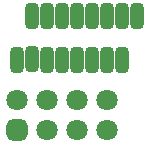
<source format=gts>
G04 Layer_Color=8388736*
%FSLAX44Y44*%
%MOMM*%
G71*
G01*
G75*
G04:AMPARAMS|DCode=17|XSize=1.1032mm|YSize=2.2032mm|CornerRadius=0.3266mm|HoleSize=0mm|Usage=FLASHONLY|Rotation=0.000|XOffset=0mm|YOffset=0mm|HoleType=Round|Shape=RoundedRectangle|*
%AMROUNDEDRECTD17*
21,1,1.1032,1.5500,0,0,0.0*
21,1,0.4500,2.2032,0,0,0.0*
1,1,0.6532,0.2250,-0.7750*
1,1,0.6532,-0.2250,-0.7750*
1,1,0.6532,-0.2250,0.7750*
1,1,0.6532,0.2250,0.7750*
%
%ADD17ROUNDEDRECTD17*%
%ADD18C,1.8032*%
G04:AMPARAMS|DCode=19|XSize=1.8032mm|YSize=1.8032mm|CornerRadius=0.5016mm|HoleSize=0mm|Usage=FLASHONLY|Rotation=0.000|XOffset=0mm|YOffset=0mm|HoleType=Round|Shape=RoundedRectangle|*
%AMROUNDEDRECTD19*
21,1,1.8032,0.8000,0,0,0.0*
21,1,0.8000,1.8032,0,0,0.0*
1,1,1.0032,0.4000,-0.4000*
1,1,1.0032,-0.4000,-0.4000*
1,1,1.0032,-0.4000,0.4000*
1,1,1.0032,0.4000,0.4000*
%
%ADD19ROUNDEDRECTD19*%
D17*
X110236Y75438D02*
D03*
X97536D02*
D03*
X84836D02*
D03*
X72136D02*
D03*
X59436D02*
D03*
X46736D02*
D03*
X33782Y75692D02*
D03*
X21336Y75438D02*
D03*
X122936Y112014D02*
D03*
X110236D02*
D03*
X97536D02*
D03*
X84836D02*
D03*
X72136D02*
D03*
X59436D02*
D03*
X46736D02*
D03*
X34036D02*
D03*
D18*
X97790Y41402D02*
D03*
Y16002D02*
D03*
X72390D02*
D03*
Y41402D02*
D03*
X46990D02*
D03*
Y16002D02*
D03*
X21590Y41402D02*
D03*
D19*
X21590Y16002D02*
D03*
M02*

</source>
